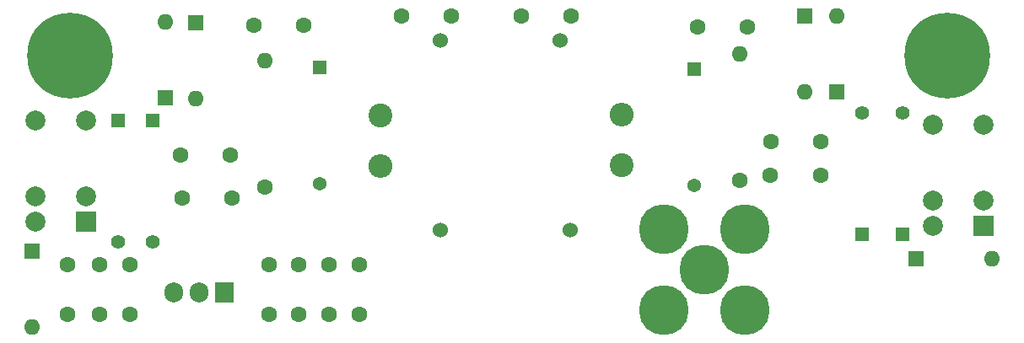
<source format=gbr>
%TF.GenerationSoftware,KiCad,Pcbnew,(5.1.9-0-10_14)*%
%TF.CreationDate,2021-03-15T18:18:09-04:00*%
%TF.ProjectId,RX Loop 100x35,5258204c-6f6f-4702-9031-30307833352e,rev?*%
%TF.SameCoordinates,Original*%
%TF.FileFunction,Soldermask,Bot*%
%TF.FilePolarity,Negative*%
%FSLAX46Y46*%
G04 Gerber Fmt 4.6, Leading zero omitted, Abs format (unit mm)*
G04 Created by KiCad (PCBNEW (5.1.9-0-10_14)) date 2021-03-15 18:18:09*
%MOMM*%
%LPD*%
G01*
G04 APERTURE LIST*
%ADD10C,5.000000*%
%ADD11C,1.600000*%
%ADD12R,1.905000X2.000000*%
%ADD13O,1.905000X2.000000*%
%ADD14C,2.000000*%
%ADD15R,2.000000X2.000000*%
%ADD16R,1.600000X1.600000*%
%ADD17O,1.600000X1.600000*%
%ADD18C,8.600000*%
%ADD19C,0.900000*%
%ADD20O,2.400000X2.400000*%
%ADD21C,2.400000*%
%ADD22R,1.397000X1.397000*%
%ADD23C,1.397000*%
%ADD24C,1.371600*%
%ADD25R,1.371600X1.371600*%
%ADD26C,1.524000*%
G04 APERTURE END LIST*
D10*
%TO.C,J1*%
X137650000Y-41500000D03*
X141710000Y-45560000D03*
X133590000Y-37440000D03*
X133590000Y-45560000D03*
X141710000Y-37440000D03*
%TD*%
D11*
%TO.C,C4*%
X149280000Y-32000000D03*
X144280000Y-32000000D03*
%TD*%
D12*
%TO.C,U1*%
X89480000Y-43770000D03*
D13*
X86940000Y-43770000D03*
X84400000Y-43770000D03*
%TD*%
D14*
%TO.C,K2*%
X165700000Y-26940000D03*
X160620000Y-26940000D03*
X165700000Y-34560000D03*
D15*
X165700000Y-37100000D03*
D14*
X160620000Y-34560000D03*
X160620000Y-37100000D03*
%TD*%
%TO.C,K1*%
X75560000Y-26540000D03*
X70480000Y-26540000D03*
X75560000Y-34160000D03*
D15*
X75560000Y-36700000D03*
D14*
X70480000Y-34160000D03*
X70480000Y-36700000D03*
%TD*%
D16*
%TO.C,D6*%
X158900000Y-40400000D03*
D17*
X166520000Y-40400000D03*
%TD*%
D16*
%TO.C,D5*%
X70190000Y-39640000D03*
D17*
X70190000Y-47260000D03*
%TD*%
D11*
%TO.C,C5*%
X136950000Y-17100000D03*
X141950000Y-17100000D03*
%TD*%
D18*
%TO.C,LOOP1*%
X74000000Y-20000000D03*
D19*
X77225000Y-20000000D03*
X76280419Y-22280419D03*
X74000000Y-23225000D03*
X71719581Y-22280419D03*
X70775000Y-20000000D03*
X71719581Y-17719581D03*
X74000000Y-16775000D03*
X76280419Y-17719581D03*
%TD*%
%TO.C,LOOP2*%
X164280419Y-17719581D03*
X162000000Y-16775000D03*
X159719581Y-17719581D03*
X158775000Y-20000000D03*
X159719581Y-22280419D03*
X162000000Y-23225000D03*
X164280419Y-22280419D03*
X165225000Y-20000000D03*
D18*
X162000000Y-20000000D03*
%TD*%
D11*
%TO.C,C1*%
X85220000Y-34290000D03*
X90220000Y-34290000D03*
%TD*%
%TO.C,C2*%
X97450000Y-17000000D03*
X92450000Y-17000000D03*
%TD*%
%TO.C,C7*%
X93910000Y-40980000D03*
X93910000Y-45980000D03*
%TD*%
%TO.C,C8*%
X79960000Y-45990000D03*
X79960000Y-40990000D03*
%TD*%
%TO.C,C9*%
X96910000Y-45980000D03*
X96910000Y-40980000D03*
%TD*%
%TO.C,C10*%
X76960000Y-40990000D03*
X76960000Y-45990000D03*
%TD*%
%TO.C,C11*%
X99960000Y-40980000D03*
X99960000Y-45980000D03*
%TD*%
%TO.C,C12*%
X107270000Y-15990000D03*
X112270000Y-15990000D03*
%TD*%
%TO.C,C13*%
X73710000Y-45990000D03*
X73710000Y-40990000D03*
%TD*%
%TO.C,C14*%
X103010000Y-45980000D03*
X103010000Y-40980000D03*
%TD*%
D16*
%TO.C,D1*%
X150900000Y-23620000D03*
D17*
X150900000Y-16000000D03*
%TD*%
D16*
%TO.C,D2*%
X83550000Y-24250000D03*
D17*
X83550000Y-16630000D03*
%TD*%
%TO.C,D3*%
X147700000Y-23620000D03*
D16*
X147700000Y-16000000D03*
%TD*%
D17*
%TO.C,D4*%
X86550000Y-24300000D03*
D16*
X86550000Y-16680000D03*
%TD*%
D11*
%TO.C,L1*%
X93550000Y-33200000D03*
D17*
X93550000Y-20500000D03*
%TD*%
%TO.C,L2*%
X141230000Y-19860000D03*
D11*
X141230000Y-32560000D03*
%TD*%
D20*
%TO.C,L3*%
X105100000Y-31080000D03*
D21*
X105100000Y-26000000D03*
%TD*%
%TO.C,L4*%
X129375000Y-31055000D03*
D20*
X129375000Y-25975000D03*
%TD*%
D22*
%TO.C,R1*%
X153500000Y-37942000D03*
D23*
X153500000Y-25750000D03*
%TD*%
D24*
%TO.C,R2*%
X99000000Y-32900000D03*
D25*
X99000000Y-21216000D03*
%TD*%
%TO.C,R3*%
X136580000Y-21336000D03*
D24*
X136580000Y-33020000D03*
%TD*%
D23*
%TO.C,R5*%
X78800000Y-38700000D03*
D22*
X78800000Y-26508000D03*
%TD*%
%TO.C,R6*%
X157500000Y-37942000D03*
D23*
X157500000Y-25750000D03*
%TD*%
%TO.C,R7*%
X82300000Y-38750000D03*
D22*
X82300000Y-26558000D03*
%TD*%
D26*
%TO.C,T1*%
X111170000Y-18520000D03*
X123170000Y-18520000D03*
X111170000Y-37520000D03*
X124170000Y-37520000D03*
%TD*%
D11*
%TO.C,C3*%
X90020000Y-30040000D03*
X85020000Y-30040000D03*
%TD*%
%TO.C,C6*%
X144320000Y-28680000D03*
X149320000Y-28680000D03*
%TD*%
%TO.C,C15*%
X124280000Y-16010000D03*
X119280000Y-16010000D03*
%TD*%
M02*

</source>
